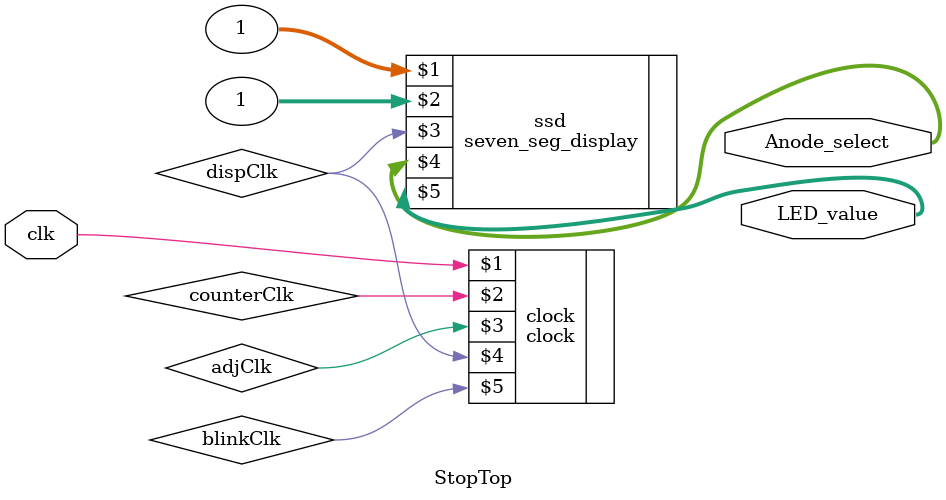
<source format=v>
module StopTop(clk, Anode_select, LED_value);

//input reset;
input clk;
//input sel;
//input adj;
//input pause;

    output [3:0] Anode_select;
    output [6:0] LED_value;

wire counterClk;
wire adjClk;
wire dispClk;
wire blinkClk;
//wire [2:0] enables;
//wire [5:0] min;
//wire [5:0] sec;

clock clock(clk, counterClk, adjClk, dispClk, blinkClk);
seven_seg_display ssd(1,1,dispClk,Anode_select,LED_value);

//StopController controller(clk, adj, pause, enables);
endmodule

</source>
